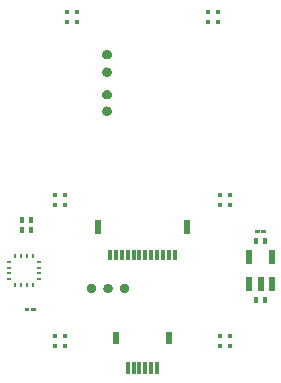
<source format=gbr>
G04*
G04 #@! TF.GenerationSoftware,Altium Limited,Altium Designer,24.1.2 (44)*
G04*
G04 Layer_Color=8421504*
%FSLAX25Y25*%
%MOIN*%
G70*
G04*
G04 #@! TF.SameCoordinates,EC497B79-CED4-4E58-A43C-F9202C23BEB1*
G04*
G04*
G04 #@! TF.FilePolarity,Positive*
G04*
G01*
G75*
%ADD15R,0.02362X0.03937*%
%ADD16R,0.01181X0.03937*%
%ADD17R,0.01181X0.03543*%
%ADD18R,0.01929X0.04626*%
%ADD19R,0.01929X0.04555*%
%ADD20R,0.01575X0.02126*%
%ADD21R,0.00984X0.01772*%
%ADD22R,0.01772X0.00984*%
%ADD23R,0.02362X0.04724*%
%ADD24R,0.01772X0.01772*%
G36*
X39525Y138583D02*
X39829Y138522D01*
X40116Y138403D01*
X40374Y138231D01*
X40593Y138012D01*
X40766Y137754D01*
X40884Y137467D01*
X40945Y137163D01*
Y137008D01*
Y136853D01*
X40884Y136548D01*
X40766Y136262D01*
X40593Y136004D01*
X40374Y135785D01*
X40116Y135612D01*
X39829Y135494D01*
X39525Y135433D01*
X39215D01*
X38911Y135494D01*
X38624Y135612D01*
X38366Y135785D01*
X38147Y136004D01*
X37975Y136262D01*
X37856Y136548D01*
X37795Y136853D01*
Y137008D01*
X37795Y137163D01*
X37856Y137467D01*
X37975Y137754D01*
X38147Y138012D01*
X38366Y138231D01*
X38624Y138403D01*
X38911Y138522D01*
X39215Y138583D01*
X39370D01*
X39525Y138583D01*
D02*
G37*
G36*
Y132677D02*
X39829Y132617D01*
X40116Y132498D01*
X40374Y132326D01*
X40593Y132106D01*
X40766Y131848D01*
X40884Y131562D01*
X40945Y131257D01*
Y131102D01*
Y130947D01*
X40884Y130643D01*
X40766Y130356D01*
X40593Y130098D01*
X40374Y129879D01*
X40116Y129707D01*
X39829Y129588D01*
X39525Y129528D01*
X39215D01*
X38911Y129588D01*
X38624Y129707D01*
X38366Y129879D01*
X38147Y130098D01*
X37975Y130356D01*
X37856Y130643D01*
X37795Y130947D01*
Y131102D01*
X37795Y131257D01*
X37856Y131562D01*
X37975Y131848D01*
X38147Y132106D01*
X38366Y132326D01*
X38624Y132498D01*
X38911Y132617D01*
X39215Y132677D01*
X39370D01*
X39525Y132677D01*
D02*
G37*
G36*
Y125197D02*
X39829Y125136D01*
X40116Y125018D01*
X40374Y124845D01*
X40593Y124626D01*
X40766Y124368D01*
X40884Y124081D01*
X40945Y123777D01*
Y123622D01*
Y123467D01*
X40884Y123163D01*
X40766Y122876D01*
X40593Y122618D01*
X40374Y122399D01*
X40116Y122227D01*
X39829Y122108D01*
X39525Y122047D01*
X39215D01*
X38911Y122108D01*
X38624Y122227D01*
X38366Y122399D01*
X38147Y122618D01*
X37975Y122876D01*
X37856Y123163D01*
X37795Y123467D01*
Y123622D01*
X37795Y123777D01*
X37856Y124081D01*
X37975Y124368D01*
X38147Y124626D01*
X38366Y124845D01*
X38624Y125018D01*
X38911Y125136D01*
X39215Y125197D01*
X39370D01*
X39525Y125197D01*
D02*
G37*
G36*
Y119685D02*
X39829Y119624D01*
X40116Y119506D01*
X40374Y119334D01*
X40593Y119114D01*
X40766Y118856D01*
X40884Y118570D01*
X40945Y118265D01*
Y118110D01*
Y117955D01*
X40884Y117651D01*
X40766Y117364D01*
X40593Y117106D01*
X40374Y116887D01*
X40116Y116715D01*
X39829Y116596D01*
X39525Y116535D01*
X39215D01*
X38911Y116596D01*
X38624Y116715D01*
X38366Y116887D01*
X38147Y117106D01*
X37975Y117364D01*
X37856Y117651D01*
X37795Y117955D01*
Y118110D01*
X37795Y118265D01*
X37856Y118570D01*
X37975Y118856D01*
X38147Y119114D01*
X38366Y119334D01*
X38624Y119506D01*
X38911Y119624D01*
X39215Y119685D01*
X39370D01*
X39525Y119685D01*
D02*
G37*
G36*
X92356Y78496D02*
Y77409D01*
X92262Y77315D01*
X90965D01*
X90870Y77409D01*
Y78496D01*
X90965Y78591D01*
X92262D01*
X92356Y78496D01*
D02*
G37*
G36*
X90232D02*
Y77409D01*
X90138Y77315D01*
X88841D01*
X88746Y77409D01*
Y78496D01*
X88841Y78591D01*
X90138D01*
X90232Y78496D01*
D02*
G37*
G36*
X45431Y60630D02*
X45735Y60569D01*
X46022Y60451D01*
X46279Y60278D01*
X46499Y60059D01*
X46671Y59801D01*
X46790Y59514D01*
X46850Y59210D01*
Y59055D01*
Y58900D01*
X46790Y58596D01*
X46671Y58309D01*
X46499Y58051D01*
X46279Y57832D01*
X46022Y57660D01*
X45735Y57541D01*
X45431Y57480D01*
X45120D01*
X44816Y57541D01*
X44530Y57660D01*
X44272Y57832D01*
X44052Y58051D01*
X43880Y58309D01*
X43761Y58596D01*
X43701Y58900D01*
Y59055D01*
X43701Y59210D01*
X43761Y59514D01*
X43880Y59801D01*
X44052Y60059D01*
X44272Y60278D01*
X44530Y60451D01*
X44816Y60569D01*
X45120Y60630D01*
X45276D01*
X45431Y60630D01*
D02*
G37*
G36*
X39919D02*
X40223Y60569D01*
X40510Y60451D01*
X40768Y60278D01*
X40987Y60059D01*
X41159Y59801D01*
X41278Y59514D01*
X41339Y59210D01*
Y59055D01*
Y58900D01*
X41278Y58596D01*
X41159Y58309D01*
X40987Y58051D01*
X40768Y57832D01*
X40510Y57660D01*
X40223Y57541D01*
X39919Y57480D01*
X39609D01*
X39304Y57541D01*
X39018Y57660D01*
X38760Y57832D01*
X38541Y58051D01*
X38368Y58309D01*
X38249Y58596D01*
X38189Y58900D01*
Y59055D01*
X38189Y59210D01*
X38249Y59514D01*
X38368Y59801D01*
X38541Y60059D01*
X38760Y60278D01*
X39018Y60451D01*
X39304Y60569D01*
X39609Y60630D01*
X39764D01*
X39919Y60630D01*
D02*
G37*
G36*
X34407D02*
X34711Y60569D01*
X34998Y60451D01*
X35256Y60278D01*
X35475Y60059D01*
X35647Y59801D01*
X35766Y59514D01*
X35827Y59210D01*
Y59055D01*
Y58900D01*
X35766Y58596D01*
X35647Y58309D01*
X35475Y58051D01*
X35256Y57832D01*
X34998Y57660D01*
X34711Y57541D01*
X34407Y57480D01*
X34097D01*
X33793Y57541D01*
X33506Y57660D01*
X33248Y57832D01*
X33029Y58051D01*
X32856Y58309D01*
X32738Y58596D01*
X32677Y58900D01*
Y59055D01*
X32677Y59210D01*
X32738Y59514D01*
X32856Y59801D01*
X33029Y60059D01*
X33248Y60278D01*
X33506Y60451D01*
X33793Y60569D01*
X34097Y60630D01*
X34252D01*
X34407Y60630D01*
D02*
G37*
G36*
X15584Y52512D02*
Y51425D01*
X15490Y51331D01*
X14193D01*
X14098Y51425D01*
Y52512D01*
X14193Y52606D01*
X15490D01*
X15584Y52512D01*
D02*
G37*
G36*
X13461D02*
Y51425D01*
X13366Y51331D01*
X12069D01*
X11975Y51425D01*
Y52512D01*
X12069Y52606D01*
X13366D01*
X13461Y52512D01*
D02*
G37*
D15*
X42323Y42323D02*
D03*
X60039D02*
D03*
D16*
X56102Y32480D02*
D03*
X54134D02*
D03*
X52165D02*
D03*
X50197D02*
D03*
X48228D02*
D03*
X46260D02*
D03*
D17*
X60039Y70079D02*
D03*
X58071D02*
D03*
X56102D02*
D03*
X54134D02*
D03*
X52165D02*
D03*
X50197D02*
D03*
X48228D02*
D03*
X46260D02*
D03*
X44291D02*
D03*
X42323D02*
D03*
X62008D02*
D03*
X40354D02*
D03*
D18*
X86811Y69503D02*
D03*
X94291D02*
D03*
D19*
Y60419D02*
D03*
X90551D02*
D03*
X86811D02*
D03*
D20*
X92126Y55118D02*
D03*
X88976D02*
D03*
Y74803D02*
D03*
X92126D02*
D03*
X11024Y78347D02*
D03*
X14173D02*
D03*
Y81890D02*
D03*
X11024D02*
D03*
D21*
X8858Y59988D02*
D03*
X10827D02*
D03*
X12796D02*
D03*
X14764D02*
D03*
X14763Y69933D02*
D03*
X12795D02*
D03*
X10826D02*
D03*
X8857D02*
D03*
D22*
X16783Y62008D02*
D03*
Y63977D02*
D03*
Y65945D02*
D03*
Y67914D02*
D03*
X6838Y67913D02*
D03*
Y65944D02*
D03*
Y63976D02*
D03*
Y62007D02*
D03*
D23*
X36417Y79528D02*
D03*
X65945Y79527D02*
D03*
D24*
X29232Y151279D02*
D03*
X25886D02*
D03*
X29232Y147934D02*
D03*
X25886Y147933D02*
D03*
X25295Y90256D02*
D03*
X21949D02*
D03*
X25295Y86911D02*
D03*
X21949Y86910D02*
D03*
X25295Y43012D02*
D03*
X21949D02*
D03*
X25295Y39667D02*
D03*
X21949Y39666D02*
D03*
X73130Y147933D02*
D03*
X76476D02*
D03*
X73130Y151278D02*
D03*
X76476Y151279D02*
D03*
X77067Y86910D02*
D03*
X80413D02*
D03*
X77067Y90255D02*
D03*
X80413Y90256D02*
D03*
X77067Y39666D02*
D03*
X80413D02*
D03*
X77067Y43011D02*
D03*
X80413Y43012D02*
D03*
M02*

</source>
